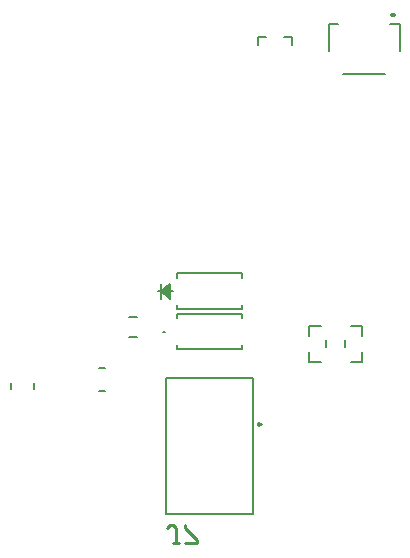
<source format=gbo>
G04*
G04 #@! TF.GenerationSoftware,Altium Limited,Altium Designer,21.9.2 (33)*
G04*
G04 Layer_Color=32896*
%FSLAX25Y25*%
%MOIN*%
G70*
G04*
G04 #@! TF.SameCoordinates,B4EE9FE0-2F64-4693-93D6-35106772D84E*
G04*
G04*
G04 #@! TF.FilePolarity,Positive*
G04*
G01*
G75*
%ADD10C,0.00984*%
%ADD12C,0.00787*%
%ADD13C,0.00600*%
%ADD14C,0.00500*%
%ADD15C,0.01000*%
%ADD101C,0.01181*%
D10*
X37429Y-21216D02*
X36691Y-20790D01*
Y-21643D01*
X37429Y-21216D01*
D12*
X5933Y-51138D02*
Y-5862D01*
X35067D01*
Y-51138D02*
Y-5862D01*
X5933Y-51138D02*
X35067D01*
X67526Y-484D02*
X71256D01*
Y8076D02*
Y11484D01*
Y-484D02*
Y2924D01*
X67526Y11484D02*
X71256D01*
X65744Y4326D02*
Y6674D01*
X53744Y11484D02*
X57474D01*
X53744Y-484D02*
Y2924D01*
Y8076D02*
Y11484D01*
Y-484D02*
X57474D01*
X59256Y4326D02*
Y6674D01*
X45134Y107741D02*
X48008D01*
Y105182D02*
Y107741D01*
X36512D02*
X39386D01*
X36512Y105182D02*
Y107741D01*
X-6378Y14346D02*
X-3622D01*
X-6378Y7654D02*
X-3622D01*
D13*
X5550Y9500D02*
X4950D01*
X5550D01*
X-45850Y-9439D02*
Y-7561D01*
X-38150Y-9439D02*
Y-7561D01*
X-16439Y-10350D02*
X-14561D01*
X-16439Y-2650D02*
X-14561D01*
X31400Y17000D02*
Y18440D01*
X3100Y23000D02*
X8100D01*
X4100Y20500D02*
Y25500D01*
Y23000D02*
X7100Y20500D01*
X4100Y23000D02*
X7100Y21000D01*
X4100Y23000D02*
X7100Y21500D01*
X4100Y23000D02*
X7100Y22000D01*
X4100Y23000D02*
X7100Y22500D01*
X4100Y23000D02*
X7100Y25500D01*
X4100Y23000D02*
X7100Y25000D01*
X4100Y23000D02*
X7100Y24500D01*
X4100Y23000D02*
X7100Y24000D01*
X4100Y23000D02*
X7100Y23500D01*
Y20500D02*
Y25500D01*
X9600Y29000D02*
X31400D01*
Y27560D02*
Y29000D01*
X9600Y17000D02*
X31400D01*
X9600D02*
Y18440D01*
Y27560D02*
Y29000D01*
X9750Y15300D02*
X31250D01*
Y13960D02*
Y15300D01*
X9750Y3700D02*
X31250D01*
X9750D02*
Y5040D01*
Y13960D02*
Y15300D01*
X31250Y3700D02*
Y5040D01*
D14*
X64882Y95488D02*
X79055D01*
X60158Y103264D02*
Y112221D01*
X63307D01*
X83780Y103264D02*
Y112221D01*
X80630D02*
X83780D01*
D15*
X10149Y-60948D02*
X8149D01*
X9149D01*
Y-55950D01*
X8149Y-54950D01*
X7150D01*
X6150Y-55950D01*
X12148Y-60948D02*
X16147D01*
Y-59948D01*
X12148Y-55950D01*
Y-54950D01*
D101*
X82008Y115016D02*
X81221D01*
X82008D01*
M02*

</source>
